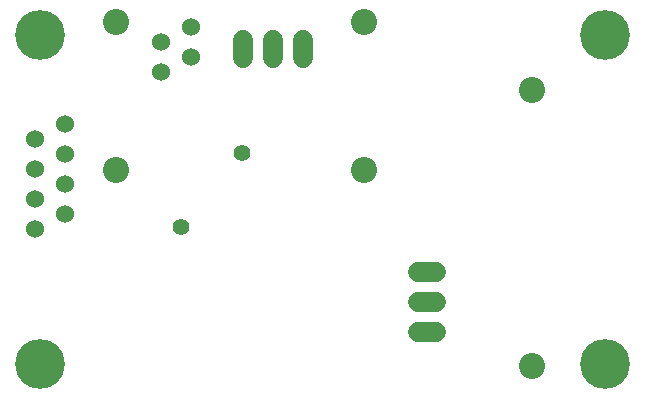
<source format=gts>
G75*
G70*
%OFA0B0*%
%FSLAX24Y24*%
%IPPOS*%
%LPD*%
%AMOC8*
5,1,8,0,0,1.08239X$1,22.5*
%
%ADD10C,0.0600*%
%ADD11C,0.0680*%
%ADD12C,0.0867*%
%ADD13C,0.1661*%
%ADD14C,0.0555*%
D10*
X001195Y005812D03*
X002195Y006312D03*
X001195Y006812D03*
X002195Y007312D03*
X001195Y007812D03*
X002195Y008312D03*
X001195Y008812D03*
X002195Y009312D03*
X005408Y011064D03*
X006408Y011564D03*
X005408Y012064D03*
X006408Y012564D03*
D11*
X008136Y012114D02*
X008136Y011514D01*
X009136Y011514D02*
X009136Y012114D01*
X010136Y012114D02*
X010136Y011514D01*
X013954Y004388D02*
X014554Y004388D01*
X014554Y003388D02*
X013954Y003388D01*
X013954Y002388D02*
X014554Y002388D01*
D12*
X017782Y001254D03*
X012168Y007798D03*
X017782Y010467D03*
X012168Y012719D03*
X003900Y012719D03*
X003900Y007798D03*
D13*
X001380Y001341D03*
X001380Y012286D03*
X020199Y012286D03*
X020199Y001341D03*
D14*
X008113Y008349D03*
X006066Y005908D03*
M02*

</source>
